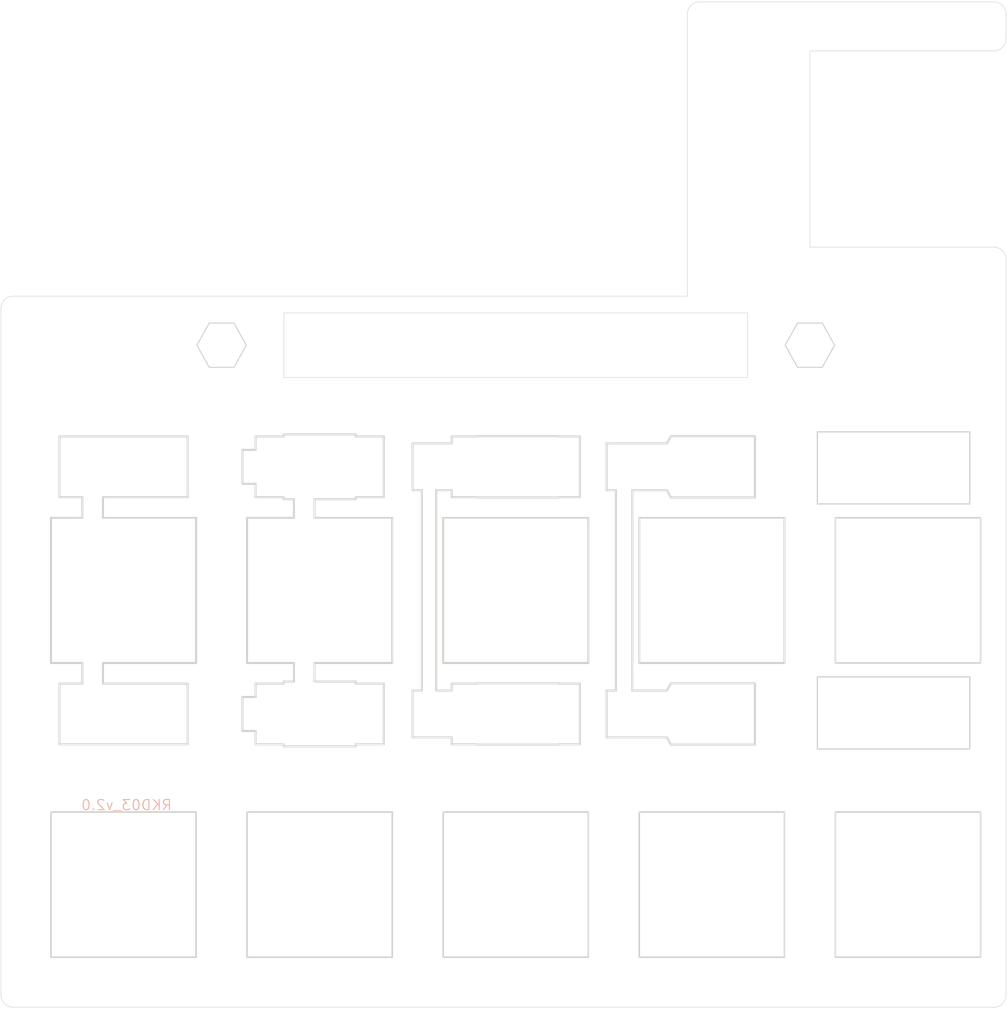
<source format=kicad_pcb>
(kicad_pcb (version 20240108) (generator "pcbnew") (generator_version "8.0")
  (layers (0 "F.Cu" signal) (31 "B.Cu" signal) (34 "B.Paste" user) (35 "F.Paste" user) (36 "B.SilkS" user "B.Silkscreen") (37 "F.SilkS" user "F.Silkscreen") (38 "B.Mask" user) (39 "F.Mask" user) (44 "Edge.Cuts" user))
  (net 0 "")
  (footprint "Rikkodo_FootPrint:rkd_KeyHall_6wx45_Cinderella" (layer "F.Cu") (at 92.86875 50.00625)
    (property "Reference" "LED3" (hide yes))
    (property "Value" "LED_SK6812MINI-E" (hide yes))
    (fp_line (start -22.525 3.1375) (end -22.525 -3.1375) (stroke (width 0.05)) (layer "Edge.Cuts"))
    (fp_line (start 22.525 -3.1375) (end -22.525 -3.1375) (stroke (width 0.05)) (layer "Edge.Cuts"))
    (fp_line (start 22.525 -3.1375) (end 22.525 3.1375) (stroke (width 0.05)) (layer "Edge.Cuts"))
    (fp_line (start 22.525 3.1375) (end -22.525 3.1375) (stroke (width 0.05)) (layer "Edge.Cuts"))
  )
  (footprint "kbd_Hole:m2_Screw_Hole" (layer "F.Cu") (at 138.1125 111.91875)
    (property "Reference" "Ref**")
    (property "Value" "Val**")
    (pad "" np_thru_hole circle (at 0 0) (size 2.2 2.2) (drill 2.2) (layers "*.Cu" "*.Mask"))
  )
  (footprint "kbd_Hole:m2_Screw_Hole" (layer "F.Cu") (at 45.24375 111.91875)
    (property "Reference" "Ref**")
    (property "Value" "Val**")
    (pad "" np_thru_hole circle (at 0 0) (size 2.2 2.2) (drill 2.2) (layers "*.Cu" "*.Mask"))
  )
  (footprint "kbd_SW_Hole:SW_Hole_1u" (layer "F.Cu") (at 73.8188 102.3937)
    (property "Reference" "SW4" (hide yes))
    (property "Value" "SW_Push" (hide yes))
    (fp_line (start -7.05 -7.05) (end 7.05 -7.05) (stroke (width 0.15)) (layer "Edge.Cuts"))
    (fp_line (start -7.05 7.05) (end -7.05 -7.05) (stroke (width 0.15)) (layer "Edge.Cuts"))
    (fp_line (start 7.05 -7.05) (end 7.05 7.05) (stroke (width 0.15)) (layer "Edge.Cuts"))
    (fp_line (start 7.05 7.05) (end -7.05 7.05) (stroke (width 0.15)) (layer "Edge.Cuts"))
  )
  (footprint "kbd_SW_Hole:SW_Hole_1u" (layer "F.Cu") (at 92.8688 102.3937)
    (property "Reference" "SW6" (hide yes))
    (property "Value" "SW_Push" (hide yes))
    (fp_line (start -7.05 -7.05) (end 7.05 -7.05) (stroke (width 0.15)) (layer "Edge.Cuts"))
    (fp_line (start -7.05 7.05) (end -7.05 -7.05) (stroke (width 0.15)) (layer "Edge.Cuts"))
    (fp_line (start 7.05 -7.05) (end 7.05 7.05) (stroke (width 0.15)) (layer "Edge.Cuts"))
    (fp_line (start 7.05 7.05) (end -7.05 7.05) (stroke (width 0.15)) (layer "Edge.Cuts"))
  )
  (footprint "Rikkodo_FootPrint:rkd_Top_Gateron_2u" (layer "F.Cu") (at 54.7688 73.8187 90)
    (property "Reference" "SW1" (hide yes))
    (property "Value" "SW_Push" (hide yes))
    (fp_line (start -7.05 -7.05) (end 7.05 -7.05) (stroke (width 0.2)) (layer "Edge.Cuts"))
    (fp_line (start 14.95 -6.225) (end 14.95 6.225) (stroke (width 0.2)) (layer "Edge.Cuts"))
    (fp_line (start 9.05 -6.225) (end 14.95 -6.225) (stroke (width 0.2)) (layer "Edge.Cuts"))
    (fp_line (start 9.05 -6.225) (end 9.05 -4) (stroke (width 0.2)) (layer "Edge.Cuts"))
    (fp_line (start -9.05 -6.225) (end -9.05 -4) (stroke (width 0.2)) (layer "Edge.Cuts"))
    (fp_line (start -14.95 -6.225) (end -9.05 -6.225) (stroke (width 0.2)) (layer "Edge.Cuts"))
    (fp_line (start -14.95 -6.225) (end -14.95 6.225) (stroke (width 0.2)) (layer "Edge.Cuts"))
    (fp_line (start 7.05 -4) (end 7.05 -7.05) (stroke (width 0.2)) (layer "Edge.Cuts"))
    (fp_line (start 7.05 -4) (end 9.05 -4) (stroke (width 0.2)) (layer "Edge.Cuts"))
    (fp_line (start -7.05 -4) (end -7.05 -7.05) (stroke (width 0.2)) (layer "Edge.Cuts"))
    (fp_line (start -9.05 -4) (end -7.05 -4) (stroke (width 0.2)) (layer "Edge.Cuts"))
    (fp_line (start 9.05 -2) (end 9.05 6.225) (stroke (width 0.2)) (layer "Edge.Cuts"))
    (fp_line (start 7.05 -2) (end 9.05 -2) (stroke (width 0.2)) (layer "Edge.Cuts"))
    (fp_line (start 7.05 -2) (end 7.05 7.05) (stroke (width 0.15)) (layer "Edge.Cuts"))
    (fp_line (start -9.05 -2) (end -7.05 -2) (stroke (width 0.2)) (layer "Edge.Cuts"))
    (fp_line (start -9.05 -2) (end -9.05 6.225) (stroke (width 0.2)) (layer "Edge.Cuts"))
    (fp_line (start 14.95 6.225) (end 9.05 6.225) (stroke (width 0.2)) (layer "Edge.Cuts"))
    (fp_line (start -9.05 6.225) (end -14.95 6.225) (stroke (width 0.2)) (layer "Edge.Cuts"))
    (fp_line (start 7.05 7.05) (end -7.05 7.05) (stroke (width 0.2)) (layer "Edge.Cuts"))
    (fp_line (start -7.05 7.05) (end -7.05 -2) (stroke (width 0.2)) (layer "Edge.Cuts"))
  )
  (footprint "Rikkodo_FootPrint:rkd_Point_Req_Hall" (layer "F.Cu") (at 130.96875 30.95625)
    (property "Reference" "Point1" (hide yes))
    (property "Value" "PointScrewHall" (hide yes))
    (pad "" np_thru_hole circle (at -7.25 -12) (size 3.8 3.8) (drill 3.8) (layers "F&B.Cu" "*.Mask"))
    (pad "" np_thru_hole circle (at -7.25 12) (size 3.8 3.8) (drill 3.8) (layers "F&B.Cu" "*.Mask"))
    (pad "" np_thru_hole circle (at 7.25 -12) (size 3.8 3.8) (drill 3.8) (layers "F&B.Cu" "*.Mask"))
    (pad "" np_thru_hole circle (at 7.25 12) (size 3.8 3.8) (drill 3.8) (layers "F&B.Cu" "*.Mask"))
  )
  (footprint "kbd_Hole:m2_Screw_Hole" (layer "F.Cu") (at 128.5875 50.00625)
    (property "Reference" "Ref**")
    (property "Value" "Val**")
    (pad "" np_thru_hole circle (at 0 0) (size 2.2 2.2) (drill 2.2) (layers "*.Cu" "*.Mask"))
  )
  (footprint "kbd_SW_Hole:SW_Hole_1u" (layer "F.Cu") (at 130.9688 102.3937)
    (property "Reference" "SW10" (hide yes))
    (property "Value" "SW_Push" (hide yes))
    (fp_line (start -7.05 -7.05) (end 7.05 -7.05) (stroke (width 0.15)) (layer "Edge.Cuts"))
    (fp_line (start -7.05 7.05) (end -7.05 -7.05) (stroke (width 0.15)) (layer "Edge.Cuts"))
    (fp_line (start 7.05 -7.05) (end 7.05 7.05) (stroke (width 0.15)) (layer "Edge.Cuts"))
    (fp_line (start 7.05 7.05) (end -7.05 7.05) (stroke (width 0.15)) (layer "Edge.Cuts"))
  )
  (footprint "kbd_SW_Hole:SW_Hole_1u" (layer "F.Cu") (at 54.7688 102.3937)
    (property "Reference" "SW2" (hide yes))
    (property "Value" "SW_Push" (hide yes))
    (fp_line (start -7.05 -7.05) (end 7.05 -7.05) (stroke (width 0.15)) (layer "Edge.Cuts"))
    (fp_line (start -7.05 7.05) (end -7.05 -7.05) (stroke (width 0.15)) (layer "Edge.Cuts"))
    (fp_line (start 7.05 -7.05) (end 7.05 7.05) (stroke (width 0.15)) (layer "Edge.Cuts"))
    (fp_line (start 7.05 7.05) (end -7.05 7.05) (stroke (width 0.15)) (layer "Edge.Cuts"))
  )
  (footprint "kbd_SW_Hole:SW_Hole_1u" (layer "F.Cu") (at 111.9188 102.3937)
    (property "Reference" "SW8" (hide yes))
    (property "Value" "SW_Push" (hide yes))
    (fp_line (start -7.05 -7.05) (end 7.05 -7.05) (stroke (width 0.15)) (layer "Edge.Cuts"))
    (fp_line (start -7.05 7.05) (end -7.05 -7.05) (stroke (width 0.15)) (layer "Edge.Cuts"))
    (fp_line (start 7.05 -7.05) (end 7.05 7.05) (stroke (width 0.15)) (layer "Edge.Cuts"))
    (fp_line (start 7.05 7.05) (end -7.05 7.05) (stroke (width 0.15)) (layer "Edge.Cuts"))
  )
  (footprint "kbd_SW_Hole:SW_Hole_2u" (layer "F.Cu") (at 130.9688 73.8187 -90)
    (property "Reference" "SW9" (hide yes))
    (property "Value" "SW_Push" (hide yes))
    (fp_line (start -15.4 8.8) (end -15.4 -6) (stroke (width 0.12)) (layer "Edge.Cuts"))
    (fp_line (start -8.4 8.8) (end -15.4 8.8) (stroke (width 0.12)) (layer "Edge.Cuts"))
    (fp_line (start 8.4 8.8) (end 15.4 8.8) (stroke (width 0.12)) (layer "Edge.Cuts"))
    (fp_line (start 15.4 8.8) (end 15.4 -6) (stroke (width 0.12)) (layer "Edge.Cuts"))
    (fp_line (start -7.05 7.05) (end -7.05 -7.05) (stroke (width 0.15)) (layer "Edge.Cuts"))
    (fp_line (start 7.05 7.05) (end -7.05 7.05) (stroke (width 0.15)) (layer "Edge.Cuts"))
    (fp_line (start -15.4 -6) (end -8.4 -6) (stroke (width 0.12)) (layer "Edge.Cuts"))
    (fp_line (start -8.4 -6) (end -8.4 8.8) (stroke (width 0.12)) (layer "Edge.Cuts"))
    (fp_line (start 8.4 -6) (end 8.4 8.8) (stroke (width 0.12)) (layer "Edge.Cuts"))
    (fp_line (start 15.4 -6) (end 8.4 -6) (stroke (width 0.12)) (layer "Edge.Cuts"))
    (fp_line (start -7.05 -7.05) (end 7.05 -7.05) (stroke (width 0.15)) (layer "Edge.Cuts"))
    (fp_line (start 7.05 -7.05) (end 7.05 7.05) (stroke (width 0.15)) (layer "Edge.Cuts"))
  )
  (footprint "kbd_Hole:m2_Spacer_Hole_hex" (layer "F.Cu") (at 64.29375 50.00625)
    (property "Reference" "Ref**")
    (property "Value" "Val**")
    (fp_line (start -2.4 0) (end -1.2 2.15) (stroke (width 0.1)) (layer "Edge.Cuts"))
    (fp_line (start -1.2 -2.15) (end -2.4 0) (stroke (width 0.1)) (layer "Edge.Cuts"))
    (fp_line (start -1.2 2.15) (end 1.2 2.15) (stroke (width 0.1)) (layer "Edge.Cuts"))
    (fp_line (start 1.2 -2.15) (end -1.2 -2.15) (stroke (width 0.1)) (layer "Edge.Cuts"))
    (fp_line (start 1.2 2.15) (end 2.4 0) (stroke (width 0.1)) (layer "Edge.Cuts"))
    (fp_line (start 2.4 0) (end 1.2 -2.15) (stroke (width 0.1)) (layer "Edge.Cuts"))
  )
  (footprint "Rikkodo_FootPrint:rkd_Top_GateronChocV2_2u" (layer "F.Cu") (at 92.8688 73.8187 90)
    (property "Reference" "SW5" (hide yes))
    (property "Value" "SW_Push" (hide yes))
    (fp_line (start 9.725 -10.025) (end 14.275 -10.025) (stroke (width 0.2)) (layer "Edge.Cuts"))
    (fp_line (start 9.725 -10.025) (end 9.725 -9.125) (stroke (width 0.2)) (layer "Edge.Cuts"))
    (fp_line (start -14.275 -10.025) (end -9.725 -10.025) (stroke (width 0.2)) (layer "Edge.Cuts"))
    (fp_line (start -9.725 -9.125) (end -9.725 -10.025) (stroke (width 0.2)) (layer "Edge.Cuts"))
    (fp_line (start -9.725 -9.125) (end 9.725 -9.125) (stroke (width 0.2)) (layer "Edge.Cuts"))
    (fp_line (start -9.725 -7.725) (end 9.725 -7.725) (stroke (width 0.2)) (layer "Edge.Cuts"))
    (fp_line (start 7.05 -7.05) (end 7.05 7.05) (stroke (width 0.15)) (layer "Edge.Cuts"))
    (fp_line (start -7.05 -7.05) (end 7.05 -7.05) (stroke (width 0.2)) (layer "Edge.Cuts"))
    (fp_line (start 14.95 -6.225) (end 14.95 -3.775) (stroke (width 0.2)) (layer "Edge.Cuts"))
    (fp_line (start 14.275 -6.225) (end 14.275 -10.025) (stroke (width 0.2)) (layer "Edge.Cuts"))
    (fp_line (start 14.275 -6.225) (end 14.95 -6.225) (stroke (width 0.2)) (layer "Edge.Cuts"))
    (fp_line (start 9.725 -6.225) (end 9.725 -7.725) (stroke (width 0.2)) (layer "Edge.Cuts"))
    (fp_line (start 9.05 -6.225) (end 9.725 -6.225) (stroke (width 0.2)) (layer "Edge.Cuts"))
    (fp_line (start 9.05 -6.225) (end 9.05 -3.775) (stroke (width 0.2)) (layer "Edge.Cuts"))
    (fp_line (start -9.05 -6.225) (end -9.05 -3.775) (stroke (width 0.2)) (layer "Edge.Cuts"))
    (fp_line (start -9.725 -6.225) (end -9.725 -7.725) (stroke (width 0.2)) (layer "Edge.Cuts"))
    (fp_line (start -9.725 -6.225) (end -9.05 -6.225) (stroke (width 0.2)) (layer "Edge.Cuts"))
    (fp_line (start -14.275 -6.225) (end -14.275 -10.025) (stroke (width 0.2)) (layer "Edge.Cuts"))
    (fp_line (start -14.95 -6.225) (end -14.275 -6.225) (stroke (width 0.2)) (layer "Edge.Cuts"))
    (fp_line (start -14.95 -6.225) (end -14.95 -3.775) (stroke (width 0.2)) (layer "Edge.Cuts"))
    (fp_line (start 14.975 -3.775) (end 14.95 -3.775) (stroke (width 0.2)) (layer "Edge.Cuts"))
    (fp_line (start 14.975 -3.775) (end 14.975 4.175) (stroke (width 0.2)) (layer "Edge.Cuts"))
    (fp_line (start 9.025 -3.775) (end 9.05 -3.775) (stroke (width 0.2)) (layer "Edge.Cuts"))
    (fp_line (start 9.025 -3.775) (end 9.025 4.175) (stroke (width 0.2)) (layer "Edge.Cuts"))
    (fp_line (start -9.025 -3.775) (end -9.05 -3.775) (stroke (width 0.2)) (layer "Edge.Cuts"))
    (fp_line (start -9.025 -3.775) (end -9.025 4.175) (stroke (width 0.2)) (layer "Edge.Cuts"))
    (fp_line (start -14.975 -3.775) (end -14.95 -3.775) (stroke (width 0.2)) (layer "Edge.Cuts"))
    (fp_line (start -14.975 -3.775) (end -14.975 4.175) (stroke (width 0.2)) (layer "Edge.Cuts"))
    (fp_line (start 14.95 4.175) (end 14.975 4.175) (stroke (width 0.2)) (layer "Edge.Cuts"))
    (fp_line (start 14.95 4.175) (end 14.95 6.225) (stroke (width 0.2)) (layer "Edge.Cuts"))
    (fp_line (start 9.05 4.175) (end 9.05 6.225) (stroke (width 0.2)) (layer "Edge.Cuts"))
    (fp_line (start 9.025 4.175) (end 9.05 4.175) (stroke (width 0.2)) (layer "Edge.Cuts"))
    (fp_line (start -9.025 4.175) (end -9.05 4.175) (stroke (width 0.2)) (layer "Edge.Cuts"))
    (fp_line (start -9.05 4.175) (end -9.05 6.225) (stroke (width 0.2)) (layer "Edge.Cuts"))
    (fp_line (start -14.95 4.175) (end -14.975 4.175) (stroke (width 0.2)) (layer "Edge.Cuts"))
    (fp_line (start -14.95 4.175) (end -14.95 6.225) (stroke (width 0.2)) (layer "Edge.Cuts"))
    (fp_line (start 14.95 6.225) (end 9.05 6.225) (stroke (width 0.2)) (layer "Edge.Cuts"))
    (fp_line (start -9.05 6.225) (end -14.95 6.225) (stroke (width 0.2)) (layer "Edge.Cuts"))
    (fp_line (start 7.05 7.05) (end -7.05 7.05) (stroke (width 0.2)) (layer "Edge.Cuts"))
    (fp_line (start -7.05 7.05) (end -7.05 -7.05) (stroke (width 0.2)) (layer "Edge.Cuts"))
  )
  (footprint "kbd_Hole:m2_Screw_Hole" (layer "F.Cu") (at 57.15 50.00625)
    (property "Reference" "Ref**")
    (property "Value" "Val**")
    (pad "" np_thru_hole circle (at 0 0) (size 2.2 2.2) (drill 2.2) (layers "*.Cu" "*.Mask"))
  )
  (footprint "kbd_Hole:m2_Screw_Hole" (layer "F.Cu") (at 45.24375 47.625)
    (property "Reference" "Ref**")
    (property "Value" "Val**")
    (pad "" np_thru_hole circle (at 0 0) (size 2.2 2.2) (drill 2.2) (layers "*.Cu" "*.Mask"))
  )
  (footprint "Rikkodo_FootPrint:rkd_Top_GateronChocV2byV1_2u" (layer "F.Cu") (at 73.8188 73.8187 90)
    (property "Reference" "SW3" (hide yes))
    (property "Value" "SW_Push" (hide yes))
    (fp_line (start 13.65 -7.5) (end 13.65 -6.225) (stroke (width 0.2)) (layer "Edge.Cuts"))
    (fp_line (start 10.35 -7.5) (end 13.65 -7.5) (stroke (width 0.2)) (layer "Edge.Cuts"))
    (fp_line (start 10.35 -7.5) (end 10.35 -6.225) (stroke (width 0.2)) (layer "Edge.Cuts"))
    (fp_line (start -10.35 -7.5) (end -10.35 -6.225) (stroke (width 0.2)) (layer "Edge.Cuts"))
    (fp_line (start -13.65 -7.5) (end -10.35 -7.5) (stroke (width 0.2)) (layer "Edge.Cuts"))
    (fp_line (start -13.65 -7.5) (end -13.65 -6.225) (stroke (width 0.2)) (layer "Edge.Cuts"))
    (fp_line (start -7.05 -7.05) (end 7.05 -7.05) (stroke (width 0.2)) (layer "Edge.Cuts"))
    (fp_line (start 14.95 -6.225) (end 14.95 -3.5) (stroke (width 0.2)) (layer "Edge.Cuts"))
    (fp_line (start 13.65 -6.225) (end 14.95 -6.225) (stroke (width 0.2)) (layer "Edge.Cuts"))
    (fp_line (start 9.05 -6.225) (end 10.35 -6.225) (stroke (width 0.2)) (layer "Edge.Cuts"))
    (fp_line (start 9.05 -6.225) (end 9.05 -3.5) (stroke (width 0.2)) (layer "Edge.Cuts"))
    (fp_line (start -9.05 -6.225) (end -9.05 -3.5) (stroke (width 0.2)) (layer "Edge.Cuts"))
    (fp_line (start -10.35 -6.225) (end -9.05 -6.225) (stroke (width 0.2)) (layer "Edge.Cuts"))
    (fp_line (start -14.95 -6.225) (end -13.65 -6.225) (stroke (width 0.2)) (layer "Edge.Cuts"))
    (fp_line (start -14.95 -6.225) (end -14.95 -3.5) (stroke (width 0.2)) (layer "Edge.Cuts"))
    (fp_line (start 15.15 -3.5) (end 15.15 3.5) (stroke (width 0.2)) (layer "Edge.Cuts"))
    (fp_line (start 14.95 -3.5) (end 15.15 -3.5) (stroke (width 0.2)) (layer "Edge.Cuts"))
    (fp_line (start 8.85 -3.5) (end 9.05 -3.5) (stroke (width 0.2)) (layer "Edge.Cuts"))
    (fp_line (start -8.85 -3.5) (end -8.85 -2.5) (stroke (width 0.2)) (layer "Edge.Cuts"))
    (fp_line (start -9.05 -3.5) (end -8.85 -3.5) (stroke (width 0.2)) (layer "Edge.Cuts"))
    (fp_line (start -14.95 -3.5) (end -15.15 -3.5) (stroke (width 0.2)) (layer "Edge.Cuts"))
    (fp_line (start -15.15 -3.5) (end -15.15 3.5) (stroke (width 0.2)) (layer "Edge.Cuts"))
    (fp_line (start 8.85 -2.5) (end 8.85 -3.5) (stroke (width 0.2)) (layer "Edge.Cuts"))
    (fp_line (start 7.05 -2.5) (end 7.05 -7.05) (stroke (width 0.2)) (layer "Edge.Cuts"))
    (fp_line (start 7.05 -2.5) (end 8.85 -2.5) (stroke (width 0.2)) (layer "Edge.Cuts"))
    (fp_line (start -7.05 -2.5) (end -7.05 -7.05) (stroke (width 0.2)) (layer "Edge.Cuts"))
    (fp_line (start -8.85 -2.5) (end -7.05 -2.5) (stroke (width 0.2)) (layer "Edge.Cuts"))
    (fp_line (start 8.85 -0.5) (end 8.85 3.5) (stroke (width 0.2)) (layer "Edge.Cuts"))
    (fp_line (start 7.05 -0.5) (end 8.85 -0.5) (stroke (width 0.2)) (layer "Edge.Cuts"))
    (fp_line (start 7.05 -0.5) (end 7.05 7.05) (stroke (width 0.15)) (layer "Edge.Cuts"))
    (fp_line (start -8.85 -0.5) (end -7.05 -0.5) (stroke (width 0.2)) (layer "Edge.Cuts"))
    (fp_line (start -8.85 -0.5) (end -8.85 3.5) (stroke (width 0.2)) (layer "Edge.Cuts"))
    (fp_line (start 15.15 3.5) (end 14.95 3.5) (stroke (width 0.2)) (layer "Edge.Cuts"))
    (fp_line (start 14.95 3.5) (end 14.95 6.225) (stroke (width 0.2)) (layer "Edge.Cuts"))
    (fp_line (start 9.05 3.5) (end 8.85 3.5) (stroke (width 0.2)) (layer "Edge.Cuts"))
    (fp_line (start 9.05 3.5) (end 9.05 6.225) (stroke (width 0.2)) (layer "Edge.Cuts"))
    (fp_line (start -9.05 3.5) (end -8.85 3.5) (stroke (width 0.2)) (layer "Edge.Cuts"))
    (fp_line (start -9.05 3.5) (end -9.05 6.225) (stroke (width 0.2)) (layer "Edge.Cuts"))
    (fp_line (start -14.95 3.5) (end -15.15 3.5) (stroke (width 0.2)) (layer "Edge.Cuts"))
    (fp_line (start -14.95 3.5) (end -14.95 6.225) (stroke (width 0.2)) (layer "Edge.Cuts"))
    (fp_line (start 14.95 6.225) (end 9.05 6.225) (stroke (width 0.2)) (layer "Edge.Cuts"))
    (fp_line (start -9.05 6.225) (end -14.95 6.225) (stroke (width 0.2)) (layer "Edge.Cuts"))
    (fp_line (start 7.05 7.05) (end -7.05 7.05) (stroke (width 0.2)) (layer "Edge.Cuts"))
    (fp_line (start -7.05 7.05) (end -7.05 -0.5) (stroke (width 0.2)) (layer "Edge.Cuts"))
  )
  (footprint "kbd_Hole:m2_Screw_Hole" (layer "F.Cu") (at 138.1125 47.625)
    (property "Reference" "Ref**")
    (property "Value" "Val**")
    (pad "" np_thru_hole circle (at 0 0) (size 2.2 2.2) (drill 2.2) (layers "*.Cu" "*.Mask"))
  )
  (footprint "Rikkodo_FootPrint:rkd_Top_ChocV2_2u_2" (layer "F.Cu") (at 111.9188 73.8187 90)
    (property "Reference" "SW7" (hide yes))
    (property "Value" "SW_Push" (hide yes))
    (fp_line (start 9.725 -10.225) (end 14.275 -10.225) (stroke (width 0.2)) (layer "Edge.Cuts"))
    (fp_line (start 9.725 -10.225) (end 9.725 -9.325) (stroke (width 0.2)) (layer "Edge.Cuts"))
    (fp_line (start -14.275 -10.225) (end -9.725 -10.225) (stroke (width 0.2)) (layer "Edge.Cuts"))
    (fp_line (start -9.725 -9.325) (end -9.725 -10.225) (stroke (width 0.2)) (layer "Edge.Cuts"))
    (fp_line (start -9.725 -9.325) (end 9.725 -9.325) (stroke (width 0.2)) (layer "Edge.Cuts"))
    (fp_line (start -9.725 -7.725) (end 9.725 -7.725) (stroke (width 0.2)) (layer "Edge.Cuts"))
    (fp_line (start 7.05 -7.05) (end 7.05 7.05) (stroke (width 0.15)) (layer "Edge.Cuts"))
    (fp_line (start -7.05 -7.05) (end 7.05 -7.05) (stroke (width 0.2)) (layer "Edge.Cuts"))
    (fp_line (start 14.275 -4.375) (end 14.275 -10.225) (stroke (width 0.2)) (layer "Edge.Cuts"))
    (fp_line (start 14.275 -4.375) (end 14.975 -3.975) (stroke (width 0.2)) (layer "Edge.Cuts"))
    (fp_line (start 9.725 -4.375) (end 9.725 -7.725) (stroke (width 0.2)) (layer "Edge.Cuts"))
    (fp_line (start 9.725 -4.375) (end 9.025 -3.975) (stroke (width 0.2)) (layer "Edge.Cuts"))
    (fp_line (start -9.725 -4.375) (end -9.725 -7.725) (stroke (width 0.2)) (layer "Edge.Cuts"))
    (fp_line (start -9.725 -4.375) (end -9.025 -3.975) (stroke (width 0.2)) (layer "Edge.Cuts"))
    (fp_line (start -14.275 -4.375) (end -14.275 -10.225) (stroke (width 0.2)) (layer "Edge.Cuts"))
    (fp_line (start -14.275 -4.375) (end -14.975 -3.975) (stroke (width 0.2)) (layer "Edge.Cuts"))
    (fp_line (start 14.975 -3.975) (end 14.975 4.175) (stroke (width 0.2)) (layer "Edge.Cuts"))
    (fp_line (start 9.025 -3.975) (end 9.025 4.175) (stroke (width 0.2)) (layer "Edge.Cuts"))
    (fp_line (start -9.025 -3.975) (end -9.025 4.175) (stroke (width 0.2)) (layer "Edge.Cuts"))
    (fp_line (start -14.975 -3.975) (end -14.975 4.175) (stroke (width 0.2)) (layer "Edge.Cuts"))
    (fp_line (start 14.975 4.175) (end 9.025 4.175) (stroke (width 0.2)) (layer "Edge.Cuts"))
    (fp_line (start -9.025 4.175) (end -14.975 4.175) (stroke (width 0.2)) (layer "Edge.Cuts"))
    (fp_line (start 7.05 7.05) (end -7.05 7.05) (stroke (width 0.2)) (layer "Edge.Cuts"))
    (fp_line (start -7.05 7.05) (end -7.05 -7.05) (stroke (width 0.2)) (layer "Edge.Cuts"))
  )
  (footprint "kbd_Hole:m2_Spacer_Hole_hex" (layer "F.Cu") (at 121.44375 50.00625)
    (property "Reference" "Ref**")
    (property "Value" "Val**")
    (fp_line (start -2.4 0) (end -1.2 2.15) (stroke (width 0.1)) (layer "Edge.Cuts"))
    (fp_line (start -1.2 -2.15) (end -2.4 0) (stroke (width 0.1)) (layer "Edge.Cuts"))
    (fp_line (start -1.2 2.15) (end 1.2 2.15) (stroke (width 0.1)) (layer "Edge.Cuts"))
    (fp_line (start 1.2 -2.15) (end -1.2 -2.15) (stroke (width 0.1)) (layer "Edge.Cuts"))
    (fp_line (start 1.2 2.15) (end 2.4 0) (stroke (width 0.1)) (layer "Edge.Cuts"))
    (fp_line (start 2.4 0) (end 1.2 -2.15) (stroke (width 0.1)) (layer "Edge.Cuts"))
  )
  (gr_arc (start 140.493775 113.10935) (mid 140.145059 113.951274) (end 139.30315 114.299975) (stroke (width 0.05)) (layer "Edge.Cuts"))
  (gr_line (start 139.3125 16.66875) (end 110.728125 16.66875) (stroke (width 0.05)) (layer "Edge.Cuts"))
  (gr_line (start 42.86255 46.43435) (end 42.862525 113.10935) (stroke (width 0.05)) (layer "Edge.Cuts"))
  (gr_arc (start 42.86255 46.43435) (mid 43.211279 45.592494) (end 44.05315 45.24375) (stroke (width 0.05)) (layer "Edge.Cuts"))
  (gr_line (start 139.303125 21.431231) (end 121.44375 21.43125) (stroke (width 0.05)) (layer "Edge.Cuts"))
  (gr_line (start 140.49375 41.67185) (end 140.493775 113.10935) (stroke (width 0.05)) (layer "Edge.Cuts"))
  (gr_arc (start 139.303125 40.481225) (mid 140.14503 40.829945) (end 140.49375 41.67185) (stroke (width 0.05)) (layer "Edge.Cuts"))
  (gr_arc (start 44.05315 114.299975) (mid 43.211244 113.951256) (end 42.862525 113.10935) (stroke (width 0.05)) (layer "Edge.Cuts"))
  (gr_line (start 109.5375 17.859375) (end 109.5375 45.24375) (stroke (width 0.05)) (layer "Edge.Cuts"))
  (gr_line (start 140.503125 17.859375) (end 140.49375 20.240606) (stroke (width 0.05)) (layer "Edge.Cuts"))
  (gr_line (start 109.5375 45.24375) (end 44.05315 45.24375) (stroke (width 0.05)) (layer "Edge.Cuts"))
  (gr_arc (start 140.49375 20.240606) (mid 140.14503 21.082511) (end 139.303125 21.431231) (stroke (width 0.05)) (layer "Edge.Cuts"))
  (gr_line (start 121.44375 40.48125) (end 121.44375 21.43125) (stroke (width 0.05)) (layer "Edge.Cuts"))
  (gr_line (start 44.05315 114.299975) (end 139.30315 114.299975) (stroke (width 0.05)) (layer "Edge.Cuts"))
  (gr_arc (start 139.3125 16.66875) (mid 140.154399 17.017476) (end 140.503125 17.859375) (stroke (width 0.05)) (layer "Edge.Cuts"))
  (gr_arc (start 109.5375 17.859375) (mid 109.886226 17.017476) (end 110.728125 16.66875) (stroke (width 0.05)) (layer "Edge.Cuts"))
  (gr_line (start 121.44375 40.48125) (end 139.303125 40.481225) (stroke (width 0.05)) (layer "Edge.Cuts"))
  (gr_text "RKD03_v2.0" (at 59.53125 95.25 0) (layer "B.SilkS") (effects (font (size 1 1) (thickness 0.1)) (justify left bottom mirror)))
)
</source>
